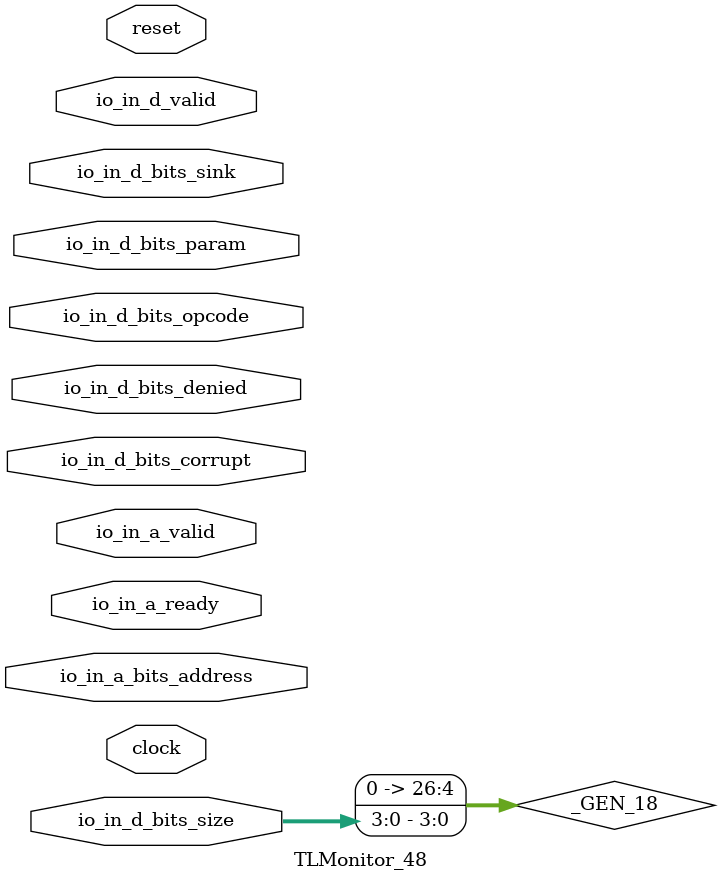
<source format=sv>
`ifndef RANDOMIZE
  `ifdef RANDOMIZE_MEM_INIT
    `define RANDOMIZE
  `endif // RANDOMIZE_MEM_INIT
`endif // not def RANDOMIZE
`ifndef RANDOMIZE
  `ifdef RANDOMIZE_REG_INIT
    `define RANDOMIZE
  `endif // RANDOMIZE_REG_INIT
`endif // not def RANDOMIZE

`ifndef RANDOM
  `define RANDOM $random
`endif // not def RANDOM

// Users can define INIT_RANDOM as general code that gets injected into the
// initializer block for modules with registers.
`ifndef INIT_RANDOM
  `define INIT_RANDOM
`endif // not def INIT_RANDOM

// If using random initialization, you can also define RANDOMIZE_DELAY to
// customize the delay used, otherwise 0.002 is used.
`ifndef RANDOMIZE_DELAY
  `define RANDOMIZE_DELAY 0.002
`endif // not def RANDOMIZE_DELAY

// Define INIT_RANDOM_PROLOG_ for use in our modules below.
`ifndef INIT_RANDOM_PROLOG_
  `ifdef RANDOMIZE
    `ifdef VERILATOR
      `define INIT_RANDOM_PROLOG_ `INIT_RANDOM
    `else  // VERILATOR
      `define INIT_RANDOM_PROLOG_ `INIT_RANDOM #`RANDOMIZE_DELAY begin end
    `endif // VERILATOR
  `else  // RANDOMIZE
    `define INIT_RANDOM_PROLOG_
  `endif // RANDOMIZE
`endif // not def INIT_RANDOM_PROLOG_

// Include register initializers in init blocks unless synthesis is set
`ifndef SYNTHESIS
  `ifndef ENABLE_INITIAL_REG_
    `define ENABLE_INITIAL_REG_
  `endif // not def ENABLE_INITIAL_REG_
`endif // not def SYNTHESIS

// Include rmemory initializers in init blocks unless synthesis is set
`ifndef SYNTHESIS
  `ifndef ENABLE_INITIAL_MEM_
    `define ENABLE_INITIAL_MEM_
  `endif // not def ENABLE_INITIAL_MEM_
`endif // not def SYNTHESIS

// Standard header to adapt well known macros for prints and assertions.

// Users can define 'PRINTF_COND' to add an extra gate to prints.
`ifndef PRINTF_COND_
  `ifdef PRINTF_COND
    `define PRINTF_COND_ (`PRINTF_COND)
  `else  // PRINTF_COND
    `define PRINTF_COND_ 1
  `endif // PRINTF_COND
`endif // not def PRINTF_COND_

// Users can define 'ASSERT_VERBOSE_COND' to add an extra gate to assert error printing.
`ifndef ASSERT_VERBOSE_COND_
  `ifdef ASSERT_VERBOSE_COND
    `define ASSERT_VERBOSE_COND_ (`ASSERT_VERBOSE_COND)
  `else  // ASSERT_VERBOSE_COND
    `define ASSERT_VERBOSE_COND_ 1
  `endif // ASSERT_VERBOSE_COND
`endif // not def ASSERT_VERBOSE_COND_

// Users can define 'STOP_COND' to add an extra gate to stop conditions.
`ifndef STOP_COND_
  `ifdef STOP_COND
    `define STOP_COND_ (`STOP_COND)
  `else  // STOP_COND
    `define STOP_COND_ 1
  `endif // STOP_COND
`endif // not def STOP_COND_

module TLMonitor_48(
  input        clock,
               reset,
               io_in_a_ready,	// @[generators/rocket-chip/src/main/scala/tilelink/Monitor.scala:17:14]
               io_in_a_valid,	// @[generators/rocket-chip/src/main/scala/tilelink/Monitor.scala:17:14]
  input [31:0] io_in_a_bits_address,	// @[generators/rocket-chip/src/main/scala/tilelink/Monitor.scala:17:14]
  input        io_in_d_valid,	// @[generators/rocket-chip/src/main/scala/tilelink/Monitor.scala:17:14]
  input [2:0]  io_in_d_bits_opcode,	// @[generators/rocket-chip/src/main/scala/tilelink/Monitor.scala:17:14]
  input [1:0]  io_in_d_bits_param,	// @[generators/rocket-chip/src/main/scala/tilelink/Monitor.scala:17:14]
  input [3:0]  io_in_d_bits_size,	// @[generators/rocket-chip/src/main/scala/tilelink/Monitor.scala:17:14]
  input [2:0]  io_in_d_bits_sink,	// @[generators/rocket-chip/src/main/scala/tilelink/Monitor.scala:17:14]
  input        io_in_d_bits_denied,	// @[generators/rocket-chip/src/main/scala/tilelink/Monitor.scala:17:14]
               io_in_d_bits_corrupt	// @[generators/rocket-chip/src/main/scala/tilelink/Monitor.scala:17:14]
);

  wire [31:0] _plusarg_reader_1_out;	// @[generators/rocket-chip/src/main/scala/util/PlusArg.scala:80:11]
  wire [31:0] _plusarg_reader_out;	// @[generators/rocket-chip/src/main/scala/util/PlusArg.scala:80:11]
  wire        _a_first_T_1 = io_in_a_ready & io_in_a_valid;	// @[src/main/scala/chisel3/util/Decoupled.scala:52:35]
  reg  [7:0]  a_first_counter;	// @[generators/rocket-chip/src/main/scala/tilelink/Edges.scala:230:27]
  reg  [31:0] address;	// @[generators/rocket-chip/src/main/scala/tilelink/Monitor.scala:388:22]
  reg  [7:0]  d_first_counter;	// @[generators/rocket-chip/src/main/scala/tilelink/Edges.scala:230:27]
  reg  [2:0]  opcode_1;	// @[generators/rocket-chip/src/main/scala/tilelink/Monitor.scala:535:22]
  reg  [1:0]  param_1;	// @[generators/rocket-chip/src/main/scala/tilelink/Monitor.scala:536:22]
  reg  [3:0]  size_1;	// @[generators/rocket-chip/src/main/scala/tilelink/Monitor.scala:537:22]
  reg  [2:0]  sink;	// @[generators/rocket-chip/src/main/scala/tilelink/Monitor.scala:539:22]
  reg         denied;	// @[generators/rocket-chip/src/main/scala/tilelink/Monitor.scala:540:22]
  reg         inflight;	// @[generators/rocket-chip/src/main/scala/tilelink/Monitor.scala:611:27]
  reg  [3:0]  inflight_opcodes;	// @[generators/rocket-chip/src/main/scala/tilelink/Monitor.scala:613:35]
  reg  [7:0]  inflight_sizes;	// @[generators/rocket-chip/src/main/scala/tilelink/Monitor.scala:615:33]
  reg  [7:0]  a_first_counter_1;	// @[generators/rocket-chip/src/main/scala/tilelink/Edges.scala:230:27]
  wire        a_first_1 = a_first_counter_1 == 8'h0;	// @[generators/rocket-chip/src/main/scala/tilelink/Edges.scala:222:14, :230:27, :232:25]
  reg  [7:0]  d_first_counter_1;	// @[generators/rocket-chip/src/main/scala/tilelink/Edges.scala:230:27]
  wire        d_first_1 = d_first_counter_1 == 8'h0;	// @[generators/rocket-chip/src/main/scala/tilelink/Edges.scala:222:14, :230:27, :232:25]
  wire        a_set = _a_first_T_1 & a_first_1;	// @[generators/rocket-chip/src/main/scala/tilelink/Edges.scala:232:25, generators/rocket-chip/src/main/scala/tilelink/Monitor.scala:652:25, src/main/scala/chisel3/util/Decoupled.scala:52:35]
  wire        d_release_ack = io_in_d_bits_opcode == 3'h6;	// @[generators/rocket-chip/src/main/scala/tilelink/Monitor.scala:670:46]
  wire        _GEN = io_in_d_valid & d_first_1;	// @[generators/rocket-chip/src/main/scala/tilelink/Edges.scala:232:25, generators/rocket-chip/src/main/scala/tilelink/Monitor.scala:671:26]
  wire        d_clr_wo_ready = _GEN & ~d_release_ack;	// @[generators/rocket-chip/src/main/scala/tilelink/Monitor.scala:670:46, :671:{26,71,74}]
  reg  [31:0] watchdog;	// @[generators/rocket-chip/src/main/scala/tilelink/Monitor.scala:706:27]
  reg         inflight_1;	// @[generators/rocket-chip/src/main/scala/tilelink/Monitor.scala:723:35]
  reg  [7:0]  inflight_sizes_1;	// @[generators/rocket-chip/src/main/scala/tilelink/Monitor.scala:725:35]
  reg  [7:0]  d_first_counter_2;	// @[generators/rocket-chip/src/main/scala/tilelink/Edges.scala:230:27]
  wire        d_first_2 = d_first_counter_2 == 8'h0;	// @[generators/rocket-chip/src/main/scala/tilelink/Edges.scala:222:14, :230:27, :232:25]
  wire        d_clr_1 = io_in_d_valid & d_first_2 & d_release_ack;	// @[generators/rocket-chip/src/main/scala/tilelink/Edges.scala:232:25, generators/rocket-chip/src/main/scala/tilelink/Monitor.scala:670:46, :785:70]
  reg  [31:0] watchdog_1;	// @[generators/rocket-chip/src/main/scala/tilelink/Monitor.scala:815:27]
  `ifndef SYNTHESIS	// @[generators/rocket-chip/src/main/scala/tilelink/Monitor.scala:42:11]
    wire [7:0][2:0] _GEN_0 = '{3'h4, 3'h5, 3'h2, 3'h1, 3'h1, 3'h1, 3'h0, 3'h0};	// @[generators/rocket-chip/src/main/scala/tilelink/Monitor.scala:690:38]
    wire [7:0][2:0] _GEN_1 = '{3'h4, 3'h4, 3'h2, 3'h1, 3'h1, 3'h1, 3'h0, 3'h0};	// @[generators/rocket-chip/src/main/scala/tilelink/Monitor.scala:689:38]
    wire            _GEN_2 = io_in_a_valid & ~reset;	// @[generators/rocket-chip/src/main/scala/tilelink/Monitor.scala:42:11]
    wire            _GEN_3 = io_in_d_valid & io_in_d_bits_opcode == 3'h6 & ~reset;	// @[generators/rocket-chip/src/main/scala/tilelink/Monitor.scala:42:11, :49:11, :310:25]
    wire            _GEN_4 = io_in_d_bits_size[3:2] == 2'h0;	// @[generators/rocket-chip/src/main/scala/tilelink/Monitor.scala:312:27, :313:28]
    wire            _GEN_5 = io_in_d_valid & io_in_d_bits_opcode == 3'h4 & ~reset;	// @[generators/rocket-chip/src/main/scala/tilelink/Monitor.scala:42:11, :49:11, :318:25]
    wire            _GEN_6 = io_in_d_bits_param == 2'h2;	// @[generators/rocket-chip/src/main/scala/tilelink/Bundles.scala:111:27, generators/rocket-chip/src/main/scala/tilelink/Monitor.scala:323:28]
    wire            _GEN_7 = io_in_d_valid & io_in_d_bits_opcode == 3'h5 & ~reset;	// @[generators/rocket-chip/src/main/scala/tilelink/Monitor.scala:42:11, :49:11, :328:25]
    wire            _GEN_8 = ~io_in_d_bits_denied | io_in_d_bits_corrupt;	// @[generators/rocket-chip/src/main/scala/tilelink/Monitor.scala:334:{15,30}]
    wire            _GEN_9 = io_in_d_valid & io_in_d_bits_opcode == 3'h0 & ~reset;	// @[generators/rocket-chip/src/main/scala/tilelink/Monitor.scala:42:11, :49:11, :338:25]
    wire            _GEN_10 = io_in_d_bits_opcode == 3'h1;	// @[generators/rocket-chip/src/main/scala/tilelink/Monitor.scala:346:25]
    wire            _GEN_11 = io_in_d_valid & _GEN_10 & ~reset;	// @[generators/rocket-chip/src/main/scala/tilelink/Monitor.scala:42:11, :49:11, :346:25]
    wire            _GEN_12 = io_in_d_valid & io_in_d_bits_opcode == 3'h2 & ~reset;	// @[generators/rocket-chip/src/main/scala/tilelink/Monitor.scala:42:11, :49:11, :354:25]
    wire            _GEN_13 = io_in_d_valid & (|d_first_counter) & ~reset;	// @[generators/rocket-chip/src/main/scala/tilelink/Edges.scala:230:27, :232:25, generators/rocket-chip/src/main/scala/tilelink/Monitor.scala:42:11, :49:11]
    wire            a_set_wo_ready = io_in_a_valid & a_first_1;	// @[generators/rocket-chip/src/main/scala/tilelink/Edges.scala:232:25, generators/rocket-chip/src/main/scala/tilelink/Monitor.scala:648:26]
    wire            _GEN_14 = d_clr_wo_ready & a_set_wo_ready & ~reset;	// @[generators/rocket-chip/src/main/scala/tilelink/Monitor.scala:42:11, :49:11, :648:26, :671:71]
    wire            _GEN_15 = d_clr_wo_ready & ~a_set_wo_ready & ~reset;	// @[generators/rocket-chip/src/main/scala/tilelink/Monitor.scala:42:11, :49:11, :648:26, :671:71, :684:30]
    wire [7:0]      _GEN_16 = {4'h0, io_in_d_bits_size};	// @[generators/rocket-chip/src/main/scala/diplomacy/Parameters.scala:92:38, generators/rocket-chip/src/main/scala/tilelink/Bundles.scala:111:27, generators/rocket-chip/src/main/scala/tilelink/Monitor.scala:634:69, :638:65, :656:79, :657:77, :691:36]
    wire            _GEN_17 = d_clr_1 & ~reset;	// @[generators/rocket-chip/src/main/scala/tilelink/Monitor.scala:42:11, :49:11, :785:70]
    always @(posedge clock) begin	// @[generators/rocket-chip/src/main/scala/tilelink/Monitor.scala:42:11]
      if (_GEN_2 & ~({io_in_a_bits_address[31:14], ~(io_in_a_bits_address[13:12])} == 20'h0 | io_in_a_bits_address[31:13] == 19'h0 | {io_in_a_bits_address[31:17], ~(io_in_a_bits_address[16])} == 16'h0 | {io_in_a_bits_address[31:21], io_in_a_bits_address[20:17] ^ 4'h8, io_in_a_bits_address[15:12]} == 19'h0 | {io_in_a_bits_address[31:26], io_in_a_bits_address[25:16] ^ 10'h200} == 16'h0 | {io_in_a_bits_address[31:26], io_in_a_bits_address[25:12] ^ 14'h2010} == 20'h0 | {io_in_a_bits_address[31:28], io_in_a_bits_address[27:16] ^ 12'h800} == 16'h0 | {io_in_a_bits_address[31:28], ~(io_in_a_bits_address[27:26])} == 6'h0 | {io_in_a_bits_address[31:29], io_in_a_bits_address[28:12] ^ 17'h10020} == 20'h0 | io_in_a_bits_address[31:28] == 4'h8)) begin	// @[generators/rocket-chip/src/main/scala/diplomacy/Parameters.scala:137:{31,41,46,59}, generators/rocket-chip/src/main/scala/tilelink/Bundles.scala:259:74, generators/rocket-chip/src/main/scala/tilelink/Edges.scala:22:16, generators/rocket-chip/src/main/scala/tilelink/Monitor.scala:42:11, generators/rocket-chip/src/main/scala/tilelink/Parameters.scala:673:26]
        if (`ASSERT_VERBOSE_COND_)	// @[generators/rocket-chip/src/main/scala/tilelink/Monitor.scala:42:11]
          $error("Assertion failed: 'A' channel carries Get type which slave claims it can't support (connected at generators/boom/src/main/scala/common/tile.scala:140:71)\n    at Monitor.scala:42 assert(cond, message)\n");	// @[generators/rocket-chip/src/main/scala/tilelink/Monitor.scala:42:11]
        if (`STOP_COND_)	// @[generators/rocket-chip/src/main/scala/tilelink/Monitor.scala:42:11]
          $fatal;	// @[generators/rocket-chip/src/main/scala/tilelink/Monitor.scala:42:11]
      end
      if (_GEN_2 & (|(io_in_a_bits_address[5:0]))) begin	// @[generators/rocket-chip/src/main/scala/tilelink/Edges.scala:22:{16,24}, generators/rocket-chip/src/main/scala/tilelink/Monitor.scala:42:11]
        if (`ASSERT_VERBOSE_COND_)	// @[generators/rocket-chip/src/main/scala/tilelink/Monitor.scala:42:11]
          $error("Assertion failed: 'A' channel Get address not aligned to size (connected at generators/boom/src/main/scala/common/tile.scala:140:71)\n    at Monitor.scala:42 assert(cond, message)\n");	// @[generators/rocket-chip/src/main/scala/tilelink/Monitor.scala:42:11]
        if (`STOP_COND_)	// @[generators/rocket-chip/src/main/scala/tilelink/Monitor.scala:42:11]
          $fatal;	// @[generators/rocket-chip/src/main/scala/tilelink/Monitor.scala:42:11]
      end
      if (io_in_d_valid & ~reset & (&io_in_d_bits_opcode)) begin	// @[generators/rocket-chip/src/main/scala/tilelink/Bundles.scala:45:24, generators/rocket-chip/src/main/scala/tilelink/Monitor.scala:42:11, :49:11]
        if (`ASSERT_VERBOSE_COND_)	// @[generators/rocket-chip/src/main/scala/tilelink/Monitor.scala:49:11]
          $error("Assertion failed: 'D' channel has invalid opcode (connected at generators/boom/src/main/scala/common/tile.scala:140:71)\n    at Monitor.scala:49 assert(cond, message)\n");	// @[generators/rocket-chip/src/main/scala/tilelink/Monitor.scala:49:11]
        if (`STOP_COND_)	// @[generators/rocket-chip/src/main/scala/tilelink/Monitor.scala:49:11]
          $fatal;	// @[generators/rocket-chip/src/main/scala/tilelink/Monitor.scala:49:11]
      end
      if (_GEN_3 & _GEN_4) begin	// @[generators/rocket-chip/src/main/scala/tilelink/Monitor.scala:49:11, :312:27]
        if (`ASSERT_VERBOSE_COND_)	// @[generators/rocket-chip/src/main/scala/tilelink/Monitor.scala:49:11]
          $error("Assertion failed: 'D' channel ReleaseAck smaller than a beat (connected at generators/boom/src/main/scala/common/tile.scala:140:71)\n    at Monitor.scala:49 assert(cond, message)\n");	// @[generators/rocket-chip/src/main/scala/tilelink/Monitor.scala:49:11]
        if (`STOP_COND_)	// @[generators/rocket-chip/src/main/scala/tilelink/Monitor.scala:49:11]
          $fatal;	// @[generators/rocket-chip/src/main/scala/tilelink/Monitor.scala:49:11]
      end
      if (_GEN_3 & (|io_in_d_bits_param)) begin	// @[generators/rocket-chip/src/main/scala/tilelink/Monitor.scala:49:11, :313:28]
        if (`ASSERT_VERBOSE_COND_)	// @[generators/rocket-chip/src/main/scala/tilelink/Monitor.scala:49:11]
          $error("Assertion failed: 'D' channel ReleaseeAck carries invalid param (connected at generators/boom/src/main/scala/common/tile.scala:140:71)\n    at Monitor.scala:49 assert(cond, message)\n");	// @[generators/rocket-chip/src/main/scala/tilelink/Monitor.scala:49:11]
        if (`STOP_COND_)	// @[generators/rocket-chip/src/main/scala/tilelink/Monitor.scala:49:11]
          $fatal;	// @[generators/rocket-chip/src/main/scala/tilelink/Monitor.scala:49:11]
      end
      if (_GEN_3 & io_in_d_bits_corrupt) begin	// @[generators/rocket-chip/src/main/scala/tilelink/Monitor.scala:49:11]
        if (`ASSERT_VERBOSE_COND_)	// @[generators/rocket-chip/src/main/scala/tilelink/Monitor.scala:49:11]
          $error("Assertion failed: 'D' channel ReleaseAck is corrupt (connected at generators/boom/src/main/scala/common/tile.scala:140:71)\n    at Monitor.scala:49 assert(cond, message)\n");	// @[generators/rocket-chip/src/main/scala/tilelink/Monitor.scala:49:11]
        if (`STOP_COND_)	// @[generators/rocket-chip/src/main/scala/tilelink/Monitor.scala:49:11]
          $fatal;	// @[generators/rocket-chip/src/main/scala/tilelink/Monitor.scala:49:11]
      end
      if (_GEN_3 & io_in_d_bits_denied) begin	// @[generators/rocket-chip/src/main/scala/tilelink/Monitor.scala:49:11]
        if (`ASSERT_VERBOSE_COND_)	// @[generators/rocket-chip/src/main/scala/tilelink/Monitor.scala:49:11]
          $error("Assertion failed: 'D' channel ReleaseAck is denied (connected at generators/boom/src/main/scala/common/tile.scala:140:71)\n    at Monitor.scala:49 assert(cond, message)\n");	// @[generators/rocket-chip/src/main/scala/tilelink/Monitor.scala:49:11]
        if (`STOP_COND_)	// @[generators/rocket-chip/src/main/scala/tilelink/Monitor.scala:49:11]
          $fatal;	// @[generators/rocket-chip/src/main/scala/tilelink/Monitor.scala:49:11]
      end
      if (_GEN_5 & _GEN_4) begin	// @[generators/rocket-chip/src/main/scala/tilelink/Monitor.scala:49:11, :312:27]
        if (`ASSERT_VERBOSE_COND_)	// @[generators/rocket-chip/src/main/scala/tilelink/Monitor.scala:49:11]
          $error("Assertion failed: 'D' channel Grant smaller than a beat (connected at generators/boom/src/main/scala/common/tile.scala:140:71)\n    at Monitor.scala:49 assert(cond, message)\n");	// @[generators/rocket-chip/src/main/scala/tilelink/Monitor.scala:49:11]
        if (`STOP_COND_)	// @[generators/rocket-chip/src/main/scala/tilelink/Monitor.scala:49:11]
          $fatal;	// @[generators/rocket-chip/src/main/scala/tilelink/Monitor.scala:49:11]
      end
      if (_GEN_5 & (&io_in_d_bits_param)) begin	// @[generators/rocket-chip/src/main/scala/tilelink/Bundles.scala:105:26, generators/rocket-chip/src/main/scala/tilelink/Monitor.scala:49:11]
        if (`ASSERT_VERBOSE_COND_)	// @[generators/rocket-chip/src/main/scala/tilelink/Monitor.scala:49:11]
          $error("Assertion failed: 'D' channel Grant carries invalid cap param (connected at generators/boom/src/main/scala/common/tile.scala:140:71)\n    at Monitor.scala:49 assert(cond, message)\n");	// @[generators/rocket-chip/src/main/scala/tilelink/Monitor.scala:49:11]
        if (`STOP_COND_)	// @[generators/rocket-chip/src/main/scala/tilelink/Monitor.scala:49:11]
          $fatal;	// @[generators/rocket-chip/src/main/scala/tilelink/Monitor.scala:49:11]
      end
      if (_GEN_5 & _GEN_6) begin	// @[generators/rocket-chip/src/main/scala/tilelink/Monitor.scala:49:11, :323:28]
        if (`ASSERT_VERBOSE_COND_)	// @[generators/rocket-chip/src/main/scala/tilelink/Monitor.scala:49:11]
          $error("Assertion failed: 'D' channel Grant carries toN param (connected at generators/boom/src/main/scala/common/tile.scala:140:71)\n    at Monitor.scala:49 assert(cond, message)\n");	// @[generators/rocket-chip/src/main/scala/tilelink/Monitor.scala:49:11]
        if (`STOP_COND_)	// @[generators/rocket-chip/src/main/scala/tilelink/Monitor.scala:49:11]
          $fatal;	// @[generators/rocket-chip/src/main/scala/tilelink/Monitor.scala:49:11]
      end
      if (_GEN_5 & io_in_d_bits_corrupt) begin	// @[generators/rocket-chip/src/main/scala/tilelink/Monitor.scala:49:11]
        if (`ASSERT_VERBOSE_COND_)	// @[generators/rocket-chip/src/main/scala/tilelink/Monitor.scala:49:11]
          $error("Assertion failed: 'D' channel Grant is corrupt (connected at generators/boom/src/main/scala/common/tile.scala:140:71)\n    at Monitor.scala:49 assert(cond, message)\n");	// @[generators/rocket-chip/src/main/scala/tilelink/Monitor.scala:49:11]
        if (`STOP_COND_)	// @[generators/rocket-chip/src/main/scala/tilelink/Monitor.scala:49:11]
          $fatal;	// @[generators/rocket-chip/src/main/scala/tilelink/Monitor.scala:49:11]
      end
      if (_GEN_7 & _GEN_4) begin	// @[generators/rocket-chip/src/main/scala/tilelink/Monitor.scala:49:11, :312:27]
        if (`ASSERT_VERBOSE_COND_)	// @[generators/rocket-chip/src/main/scala/tilelink/Monitor.scala:49:11]
          $error("Assertion failed: 'D' channel GrantData smaller than a beat (connected at generators/boom/src/main/scala/common/tile.scala:140:71)\n    at Monitor.scala:49 assert(cond, message)\n");	// @[generators/rocket-chip/src/main/scala/tilelink/Monitor.scala:49:11]
        if (`STOP_COND_)	// @[generators/rocket-chip/src/main/scala/tilelink/Monitor.scala:49:11]
          $fatal;	// @[generators/rocket-chip/src/main/scala/tilelink/Monitor.scala:49:11]
      end
      if (_GEN_7 & (&io_in_d_bits_param)) begin	// @[generators/rocket-chip/src/main/scala/tilelink/Bundles.scala:105:26, generators/rocket-chip/src/main/scala/tilelink/Monitor.scala:49:11]
        if (`ASSERT_VERBOSE_COND_)	// @[generators/rocket-chip/src/main/scala/tilelink/Monitor.scala:49:11]
          $error("Assertion failed: 'D' channel GrantData carries invalid cap param (connected at generators/boom/src/main/scala/common/tile.scala:140:71)\n    at Monitor.scala:49 assert(cond, message)\n");	// @[generators/rocket-chip/src/main/scala/tilelink/Monitor.scala:49:11]
        if (`STOP_COND_)	// @[generators/rocket-chip/src/main/scala/tilelink/Monitor.scala:49:11]
          $fatal;	// @[generators/rocket-chip/src/main/scala/tilelink/Monitor.scala:49:11]
      end
      if (_GEN_7 & _GEN_6) begin	// @[generators/rocket-chip/src/main/scala/tilelink/Monitor.scala:49:11, :323:28]
        if (`ASSERT_VERBOSE_COND_)	// @[generators/rocket-chip/src/main/scala/tilelink/Monitor.scala:49:11]
          $error("Assertion failed: 'D' channel GrantData carries toN param (connected at generators/boom/src/main/scala/common/tile.scala:140:71)\n    at Monitor.scala:49 assert(cond, message)\n");	// @[generators/rocket-chip/src/main/scala/tilelink/Monitor.scala:49:11]
        if (`STOP_COND_)	// @[generators/rocket-chip/src/main/scala/tilelink/Monitor.scala:49:11]
          $fatal;	// @[generators/rocket-chip/src/main/scala/tilelink/Monitor.scala:49:11]
      end
      if (_GEN_7 & ~_GEN_8) begin	// @[generators/rocket-chip/src/main/scala/tilelink/Monitor.scala:49:11, :334:30]
        if (`ASSERT_VERBOSE_COND_)	// @[generators/rocket-chip/src/main/scala/tilelink/Monitor.scala:49:11]
          $error("Assertion failed: 'D' channel GrantData is denied but not corrupt (connected at generators/boom/src/main/scala/common/tile.scala:140:71)\n    at Monitor.scala:49 assert(cond, message)\n");	// @[generators/rocket-chip/src/main/scala/tilelink/Monitor.scala:49:11]
        if (`STOP_COND_)	// @[generators/rocket-chip/src/main/scala/tilelink/Monitor.scala:49:11]
          $fatal;	// @[generators/rocket-chip/src/main/scala/tilelink/Monitor.scala:49:11]
      end
      if (_GEN_9 & (|io_in_d_bits_param)) begin	// @[generators/rocket-chip/src/main/scala/tilelink/Monitor.scala:49:11, :313:28]
        if (`ASSERT_VERBOSE_COND_)	// @[generators/rocket-chip/src/main/scala/tilelink/Monitor.scala:49:11]
          $error("Assertion failed: 'D' channel AccessAck carries invalid param (connected at generators/boom/src/main/scala/common/tile.scala:140:71)\n    at Monitor.scala:49 assert(cond, message)\n");	// @[generators/rocket-chip/src/main/scala/tilelink/Monitor.scala:49:11]
        if (`STOP_COND_)	// @[generators/rocket-chip/src/main/scala/tilelink/Monitor.scala:49:11]
          $fatal;	// @[generators/rocket-chip/src/main/scala/tilelink/Monitor.scala:49:11]
      end
      if (_GEN_9 & io_in_d_bits_corrupt) begin	// @[generators/rocket-chip/src/main/scala/tilelink/Monitor.scala:49:11]
        if (`ASSERT_VERBOSE_COND_)	// @[generators/rocket-chip/src/main/scala/tilelink/Monitor.scala:49:11]
          $error("Assertion failed: 'D' channel AccessAck is corrupt (connected at generators/boom/src/main/scala/common/tile.scala:140:71)\n    at Monitor.scala:49 assert(cond, message)\n");	// @[generators/rocket-chip/src/main/scala/tilelink/Monitor.scala:49:11]
        if (`STOP_COND_)	// @[generators/rocket-chip/src/main/scala/tilelink/Monitor.scala:49:11]
          $fatal;	// @[generators/rocket-chip/src/main/scala/tilelink/Monitor.scala:49:11]
      end
      if (_GEN_11 & (|io_in_d_bits_param)) begin	// @[generators/rocket-chip/src/main/scala/tilelink/Monitor.scala:49:11, :313:28]
        if (`ASSERT_VERBOSE_COND_)	// @[generators/rocket-chip/src/main/scala/tilelink/Monitor.scala:49:11]
          $error("Assertion failed: 'D' channel AccessAckData carries invalid param (connected at generators/boom/src/main/scala/common/tile.scala:140:71)\n    at Monitor.scala:49 assert(cond, message)\n");	// @[generators/rocket-chip/src/main/scala/tilelink/Monitor.scala:49:11]
        if (`STOP_COND_)	// @[generators/rocket-chip/src/main/scala/tilelink/Monitor.scala:49:11]
          $fatal;	// @[generators/rocket-chip/src/main/scala/tilelink/Monitor.scala:49:11]
      end
      if (_GEN_11 & ~_GEN_8) begin	// @[generators/rocket-chip/src/main/scala/tilelink/Monitor.scala:49:11, :334:30]
        if (`ASSERT_VERBOSE_COND_)	// @[generators/rocket-chip/src/main/scala/tilelink/Monitor.scala:49:11]
          $error("Assertion failed: 'D' channel AccessAckData is denied but not corrupt (connected at generators/boom/src/main/scala/common/tile.scala:140:71)\n    at Monitor.scala:49 assert(cond, message)\n");	// @[generators/rocket-chip/src/main/scala/tilelink/Monitor.scala:49:11]
        if (`STOP_COND_)	// @[generators/rocket-chip/src/main/scala/tilelink/Monitor.scala:49:11]
          $fatal;	// @[generators/rocket-chip/src/main/scala/tilelink/Monitor.scala:49:11]
      end
      if (_GEN_12 & (|io_in_d_bits_param)) begin	// @[generators/rocket-chip/src/main/scala/tilelink/Monitor.scala:49:11, :313:28]
        if (`ASSERT_VERBOSE_COND_)	// @[generators/rocket-chip/src/main/scala/tilelink/Monitor.scala:49:11]
          $error("Assertion failed: 'D' channel HintAck carries invalid param (connected at generators/boom/src/main/scala/common/tile.scala:140:71)\n    at Monitor.scala:49 assert(cond, message)\n");	// @[generators/rocket-chip/src/main/scala/tilelink/Monitor.scala:49:11]
        if (`STOP_COND_)	// @[generators/rocket-chip/src/main/scala/tilelink/Monitor.scala:49:11]
          $fatal;	// @[generators/rocket-chip/src/main/scala/tilelink/Monitor.scala:49:11]
      end
      if (_GEN_12 & io_in_d_bits_corrupt) begin	// @[generators/rocket-chip/src/main/scala/tilelink/Monitor.scala:49:11]
        if (`ASSERT_VERBOSE_COND_)	// @[generators/rocket-chip/src/main/scala/tilelink/Monitor.scala:49:11]
          $error("Assertion failed: 'D' channel HintAck is corrupt (connected at generators/boom/src/main/scala/common/tile.scala:140:71)\n    at Monitor.scala:49 assert(cond, message)\n");	// @[generators/rocket-chip/src/main/scala/tilelink/Monitor.scala:49:11]
        if (`STOP_COND_)	// @[generators/rocket-chip/src/main/scala/tilelink/Monitor.scala:49:11]
          $fatal;	// @[generators/rocket-chip/src/main/scala/tilelink/Monitor.scala:49:11]
      end
      if (io_in_a_valid & (|a_first_counter) & ~reset & io_in_a_bits_address != address) begin	// @[generators/rocket-chip/src/main/scala/tilelink/Edges.scala:230:27, :232:25, generators/rocket-chip/src/main/scala/tilelink/Monitor.scala:42:11, :388:22, :394:32]
        if (`ASSERT_VERBOSE_COND_)	// @[generators/rocket-chip/src/main/scala/tilelink/Monitor.scala:42:11]
          $error("Assertion failed: 'A' channel address changed with multibeat operation (connected at generators/boom/src/main/scala/common/tile.scala:140:71)\n    at Monitor.scala:42 assert(cond, message)\n");	// @[generators/rocket-chip/src/main/scala/tilelink/Monitor.scala:42:11]
        if (`STOP_COND_)	// @[generators/rocket-chip/src/main/scala/tilelink/Monitor.scala:42:11]
          $fatal;	// @[generators/rocket-chip/src/main/scala/tilelink/Monitor.scala:42:11]
      end
      if (_GEN_13 & io_in_d_bits_opcode != opcode_1) begin	// @[generators/rocket-chip/src/main/scala/tilelink/Monitor.scala:49:11, :535:22, :542:29]
        if (`ASSERT_VERBOSE_COND_)	// @[generators/rocket-chip/src/main/scala/tilelink/Monitor.scala:49:11]
          $error("Assertion failed: 'D' channel opcode changed within multibeat operation (connected at generators/boom/src/main/scala/common/tile.scala:140:71)\n    at Monitor.scala:49 assert(cond, message)\n");	// @[generators/rocket-chip/src/main/scala/tilelink/Monitor.scala:49:11]
        if (`STOP_COND_)	// @[generators/rocket-chip/src/main/scala/tilelink/Monitor.scala:49:11]
          $fatal;	// @[generators/rocket-chip/src/main/scala/tilelink/Monitor.scala:49:11]
      end
      if (_GEN_13 & io_in_d_bits_param != param_1) begin	// @[generators/rocket-chip/src/main/scala/tilelink/Monitor.scala:49:11, :536:22, :543:29]
        if (`ASSERT_VERBOSE_COND_)	// @[generators/rocket-chip/src/main/scala/tilelink/Monitor.scala:49:11]
          $error("Assertion failed: 'D' channel param changed within multibeat operation (connected at generators/boom/src/main/scala/common/tile.scala:140:71)\n    at Monitor.scala:49 assert(cond, message)\n");	// @[generators/rocket-chip/src/main/scala/tilelink/Monitor.scala:49:11]
        if (`STOP_COND_)	// @[generators/rocket-chip/src/main/scala/tilelink/Monitor.scala:49:11]
          $fatal;	// @[generators/rocket-chip/src/main/scala/tilelink/Monitor.scala:49:11]
      end
      if (_GEN_13 & io_in_d_bits_size != size_1) begin	// @[generators/rocket-chip/src/main/scala/tilelink/Monitor.scala:49:11, :537:22, :544:29]
        if (`ASSERT_VERBOSE_COND_)	// @[generators/rocket-chip/src/main/scala/tilelink/Monitor.scala:49:11]
          $error("Assertion failed: 'D' channel size changed within multibeat operation (connected at generators/boom/src/main/scala/common/tile.scala:140:71)\n    at Monitor.scala:49 assert(cond, message)\n");	// @[generators/rocket-chip/src/main/scala/tilelink/Monitor.scala:49:11]
        if (`STOP_COND_)	// @[generators/rocket-chip/src/main/scala/tilelink/Monitor.scala:49:11]
          $fatal;	// @[generators/rocket-chip/src/main/scala/tilelink/Monitor.scala:49:11]
      end
      if (_GEN_13 & io_in_d_bits_sink != sink) begin	// @[generators/rocket-chip/src/main/scala/tilelink/Monitor.scala:49:11, :539:22, :546:29]
        if (`ASSERT_VERBOSE_COND_)	// @[generators/rocket-chip/src/main/scala/tilelink/Monitor.scala:49:11]
          $error("Assertion failed: 'D' channel sink changed with multibeat operation (connected at generators/boom/src/main/scala/common/tile.scala:140:71)\n    at Monitor.scala:49 assert(cond, message)\n");	// @[generators/rocket-chip/src/main/scala/tilelink/Monitor.scala:49:11]
        if (`STOP_COND_)	// @[generators/rocket-chip/src/main/scala/tilelink/Monitor.scala:49:11]
          $fatal;	// @[generators/rocket-chip/src/main/scala/tilelink/Monitor.scala:49:11]
      end
      if (_GEN_13 & io_in_d_bits_denied != denied) begin	// @[generators/rocket-chip/src/main/scala/tilelink/Monitor.scala:49:11, :540:22, :547:29]
        if (`ASSERT_VERBOSE_COND_)	// @[generators/rocket-chip/src/main/scala/tilelink/Monitor.scala:49:11]
          $error("Assertion failed: 'D' channel denied changed with multibeat operation (connected at generators/boom/src/main/scala/common/tile.scala:140:71)\n    at Monitor.scala:49 assert(cond, message)\n");	// @[generators/rocket-chip/src/main/scala/tilelink/Monitor.scala:49:11]
        if (`STOP_COND_)	// @[generators/rocket-chip/src/main/scala/tilelink/Monitor.scala:49:11]
          $fatal;	// @[generators/rocket-chip/src/main/scala/tilelink/Monitor.scala:49:11]
      end
      if (a_set & ~reset & inflight) begin	// @[generators/rocket-chip/src/main/scala/tilelink/Monitor.scala:42:11, :611:27, :652:25]
        if (`ASSERT_VERBOSE_COND_)	// @[generators/rocket-chip/src/main/scala/tilelink/Monitor.scala:42:11]
          $error("Assertion failed: 'A' channel re-used a source ID (connected at generators/boom/src/main/scala/common/tile.scala:140:71)\n    at Monitor.scala:42 assert(cond, message)\n");	// @[generators/rocket-chip/src/main/scala/tilelink/Monitor.scala:42:11]
        if (`STOP_COND_)	// @[generators/rocket-chip/src/main/scala/tilelink/Monitor.scala:42:11]
          $fatal;	// @[generators/rocket-chip/src/main/scala/tilelink/Monitor.scala:42:11]
      end
      if (d_clr_wo_ready & ~reset & ~(inflight | a_set_wo_ready)) begin	// @[generators/rocket-chip/src/main/scala/tilelink/Monitor.scala:42:11, :49:11, :611:27, :648:26, :671:71, :682:49]
        if (`ASSERT_VERBOSE_COND_)	// @[generators/rocket-chip/src/main/scala/tilelink/Monitor.scala:49:11]
          $error("Assertion failed: 'D' channel acknowledged for nothing inflight (connected at generators/boom/src/main/scala/common/tile.scala:140:71)\n    at Monitor.scala:49 assert(cond, message)\n");	// @[generators/rocket-chip/src/main/scala/tilelink/Monitor.scala:49:11]
        if (`STOP_COND_)	// @[generators/rocket-chip/src/main/scala/tilelink/Monitor.scala:49:11]
          $fatal;	// @[generators/rocket-chip/src/main/scala/tilelink/Monitor.scala:49:11]
      end
      if (_GEN_14 & ~_GEN_10) begin	// @[generators/rocket-chip/src/main/scala/tilelink/Monitor.scala:49:11, :346:25]
        if (`ASSERT_VERBOSE_COND_)	// @[generators/rocket-chip/src/main/scala/tilelink/Monitor.scala:49:11]
          $error("Assertion failed: 'D' channel contains improper opcode response (connected at generators/boom/src/main/scala/common/tile.scala:140:71)\n    at Monitor.scala:49 assert(cond, message)\n");	// @[generators/rocket-chip/src/main/scala/tilelink/Monitor.scala:49:11]
        if (`STOP_COND_)	// @[generators/rocket-chip/src/main/scala/tilelink/Monitor.scala:49:11]
          $fatal;	// @[generators/rocket-chip/src/main/scala/tilelink/Monitor.scala:49:11]
      end
      if (_GEN_14 & io_in_d_bits_size != 4'h6) begin	// @[generators/rocket-chip/src/main/scala/tilelink/Monitor.scala:17:14, :49:11, :687:36]
        if (`ASSERT_VERBOSE_COND_)	// @[generators/rocket-chip/src/main/scala/tilelink/Monitor.scala:49:11]
          $error("Assertion failed: 'D' channel contains improper response size (connected at generators/boom/src/main/scala/common/tile.scala:140:71)\n    at Monitor.scala:49 assert(cond, message)\n");	// @[generators/rocket-chip/src/main/scala/tilelink/Monitor.scala:49:11]
        if (`STOP_COND_)	// @[generators/rocket-chip/src/main/scala/tilelink/Monitor.scala:49:11]
          $fatal;	// @[generators/rocket-chip/src/main/scala/tilelink/Monitor.scala:49:11]
      end
      if (_GEN_15 & ~(io_in_d_bits_opcode == _GEN_1[inflight_opcodes[3:1]] | io_in_d_bits_opcode == _GEN_0[inflight_opcodes[3:1]])) begin	// @[generators/rocket-chip/src/main/scala/tilelink/Monitor.scala:42:11, :49:11, :613:35, :634:152, :689:{38,72}, :690:38]
        if (`ASSERT_VERBOSE_COND_)	// @[generators/rocket-chip/src/main/scala/tilelink/Monitor.scala:49:11]
          $error("Assertion failed: 'D' channel contains improper opcode response (connected at generators/boom/src/main/scala/common/tile.scala:140:71)\n    at Monitor.scala:49 assert(cond, message)\n");	// @[generators/rocket-chip/src/main/scala/tilelink/Monitor.scala:49:11]
        if (`STOP_COND_)	// @[generators/rocket-chip/src/main/scala/tilelink/Monitor.scala:49:11]
          $fatal;	// @[generators/rocket-chip/src/main/scala/tilelink/Monitor.scala:49:11]
      end
      if (_GEN_15 & _GEN_16 != {1'h0, inflight_sizes[7:1]}) begin	// @[generators/rocket-chip/src/main/scala/tilelink/Monitor.scala:17:14, :42:11, :49:11, :99:31, :131:74, :139:71, :615:33, :638:{19,144}, :691:36, :695:15]
        if (`ASSERT_VERBOSE_COND_)	// @[generators/rocket-chip/src/main/scala/tilelink/Monitor.scala:49:11]
          $error("Assertion failed: 'D' channel contains improper response size (connected at generators/boom/src/main/scala/common/tile.scala:140:71)\n    at Monitor.scala:49 assert(cond, message)\n");	// @[generators/rocket-chip/src/main/scala/tilelink/Monitor.scala:49:11]
        if (`STOP_COND_)	// @[generators/rocket-chip/src/main/scala/tilelink/Monitor.scala:49:11]
          $fatal;	// @[generators/rocket-chip/src/main/scala/tilelink/Monitor.scala:49:11]
      end
      if (_GEN & a_first_1 & io_in_a_valid & ~d_release_ack & ~reset & ~io_in_a_ready) begin	// @[generators/rocket-chip/src/main/scala/tilelink/Edges.scala:232:25, generators/rocket-chip/src/main/scala/tilelink/Monitor.scala:42:11, :49:11, :670:46, :671:{26,74}]
        if (`ASSERT_VERBOSE_COND_)	// @[generators/rocket-chip/src/main/scala/tilelink/Monitor.scala:49:11]
          $error("Assertion failed: ready check\n    at Monitor.scala:49 assert(cond, message)\n");	// @[generators/rocket-chip/src/main/scala/tilelink/Monitor.scala:49:11]
        if (`STOP_COND_)	// @[generators/rocket-chip/src/main/scala/tilelink/Monitor.scala:49:11]
          $fatal;	// @[generators/rocket-chip/src/main/scala/tilelink/Monitor.scala:49:11]
      end
      if (~reset & ~(a_set_wo_ready != d_clr_wo_ready | ~a_set_wo_ready)) begin	// @[generators/rocket-chip/src/main/scala/tilelink/Monitor.scala:42:11, :49:11, :648:26, :671:71, :684:30, :699:{29,48}]
        if (`ASSERT_VERBOSE_COND_)	// @[generators/rocket-chip/src/main/scala/tilelink/Monitor.scala:49:11]
          $error("Assertion failed: 'A' and 'D' concurrent, despite minlatency > 0 (connected at generators/boom/src/main/scala/common/tile.scala:140:71)\n    at Monitor.scala:49 assert(cond, message)\n");	// @[generators/rocket-chip/src/main/scala/tilelink/Monitor.scala:49:11]
        if (`STOP_COND_)	// @[generators/rocket-chip/src/main/scala/tilelink/Monitor.scala:49:11]
          $fatal;	// @[generators/rocket-chip/src/main/scala/tilelink/Monitor.scala:49:11]
      end
      if (~reset & ~(~inflight | _plusarg_reader_out == 32'h0 | watchdog < _plusarg_reader_out)) begin	// @[generators/rocket-chip/src/main/scala/tilelink/Bundles.scala:259:74, generators/rocket-chip/src/main/scala/tilelink/Monitor.scala:42:11, :611:27, :706:27, :709:{16,39,47,59}, generators/rocket-chip/src/main/scala/util/PlusArg.scala:80:11]
        if (`ASSERT_VERBOSE_COND_)	// @[generators/rocket-chip/src/main/scala/tilelink/Monitor.scala:42:11]
          $error("Assertion failed: TileLink timeout expired (connected at generators/boom/src/main/scala/common/tile.scala:140:71)\n    at Monitor.scala:42 assert(cond, message)\n");	// @[generators/rocket-chip/src/main/scala/tilelink/Monitor.scala:42:11]
        if (`STOP_COND_)	// @[generators/rocket-chip/src/main/scala/tilelink/Monitor.scala:42:11]
          $fatal;	// @[generators/rocket-chip/src/main/scala/tilelink/Monitor.scala:42:11]
      end
      if (_GEN_17 & ~inflight_1) begin	// @[generators/rocket-chip/src/main/scala/tilelink/Monitor.scala:49:11, :723:35]
        if (`ASSERT_VERBOSE_COND_)	// @[generators/rocket-chip/src/main/scala/tilelink/Monitor.scala:49:11]
          $error("Assertion failed: 'D' channel acknowledged for nothing inflight (connected at generators/boom/src/main/scala/common/tile.scala:140:71)\n    at Monitor.scala:49 assert(cond, message)\n");	// @[generators/rocket-chip/src/main/scala/tilelink/Monitor.scala:49:11]
        if (`STOP_COND_)	// @[generators/rocket-chip/src/main/scala/tilelink/Monitor.scala:49:11]
          $fatal;	// @[generators/rocket-chip/src/main/scala/tilelink/Monitor.scala:49:11]
      end
      if (_GEN_17 & _GEN_16 != {1'h0, inflight_sizes_1[7:1]}) begin	// @[generators/rocket-chip/src/main/scala/tilelink/Monitor.scala:17:14, :42:11, :49:11, :99:31, :131:74, :139:71, :691:36, :695:15, :725:35, :747:{21,146}, :797:36]
        if (`ASSERT_VERBOSE_COND_)	// @[generators/rocket-chip/src/main/scala/tilelink/Monitor.scala:49:11]
          $error("Assertion failed: 'D' channel contains improper response size (connected at generators/boom/src/main/scala/common/tile.scala:140:71)\n    at Monitor.scala:49 assert(cond, message)\n");	// @[generators/rocket-chip/src/main/scala/tilelink/Monitor.scala:49:11]
        if (`STOP_COND_)	// @[generators/rocket-chip/src/main/scala/tilelink/Monitor.scala:49:11]
          $fatal;	// @[generators/rocket-chip/src/main/scala/tilelink/Monitor.scala:49:11]
      end
      if (~reset & ~(~inflight_1 | _plusarg_reader_1_out == 32'h0 | watchdog_1 < _plusarg_reader_1_out)) begin	// @[generators/rocket-chip/src/main/scala/tilelink/Bundles.scala:259:74, generators/rocket-chip/src/main/scala/tilelink/Monitor.scala:42:11, :49:11, :723:35, :815:27, :818:{39,47,59}, generators/rocket-chip/src/main/scala/util/PlusArg.scala:80:11]
        if (`ASSERT_VERBOSE_COND_)	// @[generators/rocket-chip/src/main/scala/tilelink/Monitor.scala:42:11]
          $error("Assertion failed: TileLink timeout expired (connected at generators/boom/src/main/scala/common/tile.scala:140:71)\n    at Monitor.scala:42 assert(cond, message)\n");	// @[generators/rocket-chip/src/main/scala/tilelink/Monitor.scala:42:11]
        if (`STOP_COND_)	// @[generators/rocket-chip/src/main/scala/tilelink/Monitor.scala:42:11]
          $fatal;	// @[generators/rocket-chip/src/main/scala/tilelink/Monitor.scala:42:11]
      end
    end // always @(posedge)
  `endif // not def SYNTHESIS
  wire [26:0] _GEN_18 = {23'h0, io_in_d_bits_size};	// @[generators/rocket-chip/src/main/scala/util/package.scala:235:71]
  wire [26:0] _d_first_beats1_decode_T_1 = 27'hFFF << _GEN_18;	// @[generators/rocket-chip/src/main/scala/util/package.scala:235:71]
  wire [26:0] _d_first_beats1_decode_T_5 = 27'hFFF << _GEN_18;	// @[generators/rocket-chip/src/main/scala/util/package.scala:235:71]
  wire [26:0] _d_first_beats1_decode_T_9 = 27'hFFF << _GEN_18;	// @[generators/rocket-chip/src/main/scala/util/package.scala:235:71]
  always @(posedge clock) begin
    if (reset) begin
      a_first_counter <= 8'h0;	// @[generators/rocket-chip/src/main/scala/tilelink/Edges.scala:222:14, :230:27]
      d_first_counter <= 8'h0;	// @[generators/rocket-chip/src/main/scala/tilelink/Edges.scala:222:14, :230:27]
      inflight <= 1'h0;	// @[generators/rocket-chip/src/main/scala/tilelink/Monitor.scala:17:14, :42:11, :99:31, :131:74, :139:71, :611:27, :695:15]
      inflight_opcodes <= 4'h0;	// @[generators/rocket-chip/src/main/scala/diplomacy/Parameters.scala:92:38, generators/rocket-chip/src/main/scala/tilelink/Bundles.scala:111:27, generators/rocket-chip/src/main/scala/tilelink/Monitor.scala:613:35, :634:69, :638:65, :656:79, :657:77]
      inflight_sizes <= 8'h0;	// @[generators/rocket-chip/src/main/scala/tilelink/Edges.scala:222:14, generators/rocket-chip/src/main/scala/tilelink/Monitor.scala:615:33]
      a_first_counter_1 <= 8'h0;	// @[generators/rocket-chip/src/main/scala/tilelink/Edges.scala:222:14, :230:27]
      d_first_counter_1 <= 8'h0;	// @[generators/rocket-chip/src/main/scala/tilelink/Edges.scala:222:14, :230:27]
      watchdog <= 32'h0;	// @[generators/rocket-chip/src/main/scala/tilelink/Bundles.scala:259:74, generators/rocket-chip/src/main/scala/tilelink/Monitor.scala:706:27]
      inflight_1 <= 1'h0;	// @[generators/rocket-chip/src/main/scala/tilelink/Monitor.scala:17:14, :42:11, :99:31, :131:74, :139:71, :695:15, :723:35]
      inflight_sizes_1 <= 8'h0;	// @[generators/rocket-chip/src/main/scala/tilelink/Edges.scala:222:14, generators/rocket-chip/src/main/scala/tilelink/Monitor.scala:725:35]
      d_first_counter_2 <= 8'h0;	// @[generators/rocket-chip/src/main/scala/tilelink/Edges.scala:222:14, :230:27]
      watchdog_1 <= 32'h0;	// @[generators/rocket-chip/src/main/scala/tilelink/Bundles.scala:259:74, generators/rocket-chip/src/main/scala/tilelink/Monitor.scala:815:27]
    end
    else begin
      if (_a_first_T_1) begin	// @[src/main/scala/chisel3/util/Decoupled.scala:52:35]
        if (|a_first_counter)	// @[generators/rocket-chip/src/main/scala/tilelink/Edges.scala:230:27, :232:25]
          a_first_counter <= a_first_counter - 8'h1;	// @[generators/rocket-chip/src/main/scala/tilelink/Edges.scala:230:27, :231:28]
        else	// @[generators/rocket-chip/src/main/scala/tilelink/Edges.scala:232:25]
          a_first_counter <= 8'h0;	// @[generators/rocket-chip/src/main/scala/tilelink/Edges.scala:222:14, :230:27]
        if (a_first_1)	// @[generators/rocket-chip/src/main/scala/tilelink/Edges.scala:232:25]
          a_first_counter_1 <= 8'h0;	// @[generators/rocket-chip/src/main/scala/tilelink/Edges.scala:222:14, :230:27]
        else	// @[generators/rocket-chip/src/main/scala/tilelink/Edges.scala:232:25]
          a_first_counter_1 <= a_first_counter_1 - 8'h1;	// @[generators/rocket-chip/src/main/scala/tilelink/Edges.scala:230:27, :231:28]
      end
      if (io_in_d_valid) begin	// @[generators/rocket-chip/src/main/scala/tilelink/Monitor.scala:17:14]
        if (|d_first_counter)	// @[generators/rocket-chip/src/main/scala/tilelink/Edges.scala:230:27, :232:25]
          d_first_counter <= d_first_counter - 8'h1;	// @[generators/rocket-chip/src/main/scala/tilelink/Edges.scala:230:27, :231:28]
        else	// @[generators/rocket-chip/src/main/scala/tilelink/Edges.scala:232:25]
          d_first_counter <= io_in_d_bits_opcode[0] ? ~(_d_first_beats1_decode_T_1[11:4]) : 8'h0;	// @[generators/rocket-chip/src/main/scala/tilelink/Edges.scala:107:36, :222:14, :230:27, generators/rocket-chip/src/main/scala/util/package.scala:235:{46,71,76}]
        if (d_first_1)	// @[generators/rocket-chip/src/main/scala/tilelink/Edges.scala:232:25]
          d_first_counter_1 <= io_in_d_bits_opcode[0] ? ~(_d_first_beats1_decode_T_5[11:4]) : 8'h0;	// @[generators/rocket-chip/src/main/scala/tilelink/Edges.scala:107:36, :222:14, :230:27, generators/rocket-chip/src/main/scala/util/package.scala:235:{46,71,76}]
        else	// @[generators/rocket-chip/src/main/scala/tilelink/Edges.scala:232:25]
          d_first_counter_1 <= d_first_counter_1 - 8'h1;	// @[generators/rocket-chip/src/main/scala/tilelink/Edges.scala:230:27, :231:28]
        if (d_first_2)	// @[generators/rocket-chip/src/main/scala/tilelink/Edges.scala:232:25]
          d_first_counter_2 <= io_in_d_bits_opcode[0] ? ~(_d_first_beats1_decode_T_9[11:4]) : 8'h0;	// @[generators/rocket-chip/src/main/scala/tilelink/Edges.scala:107:36, :222:14, :230:27, generators/rocket-chip/src/main/scala/util/package.scala:235:{46,71,76}]
        else	// @[generators/rocket-chip/src/main/scala/tilelink/Edges.scala:232:25]
          d_first_counter_2 <= d_first_counter_2 - 8'h1;	// @[generators/rocket-chip/src/main/scala/tilelink/Edges.scala:230:27, :231:28]
        watchdog_1 <= 32'h0;	// @[generators/rocket-chip/src/main/scala/tilelink/Bundles.scala:259:74, generators/rocket-chip/src/main/scala/tilelink/Monitor.scala:815:27]
      end
      else	// @[generators/rocket-chip/src/main/scala/tilelink/Monitor.scala:17:14]
        watchdog_1 <= watchdog_1 + 32'h1;	// @[generators/rocket-chip/src/main/scala/tilelink/Monitor.scala:711:26, :815:27, :820:26]
      inflight <= (inflight | a_set) & ~d_clr_wo_ready;	// @[generators/rocket-chip/src/main/scala/tilelink/Monitor.scala:611:27, :652:25, :671:71, :702:{27,36,38}]
      inflight_opcodes <= (inflight_opcodes | (a_set ? 4'h9 : 4'h0)) & ~{4{d_clr_wo_ready}};	// @[generators/rocket-chip/src/main/scala/diplomacy/Parameters.scala:92:38, generators/rocket-chip/src/main/scala/tilelink/Bundles.scala:111:27, generators/rocket-chip/src/main/scala/tilelink/Monitor.scala:613:35, :627:33, :634:69, :638:65, :652:{25,70}, :654:61, :656:{28,79}, :657:77, :665:33, :671:71, :675:89, :677:21, :703:{43,60,62}]
      inflight_sizes <= (inflight_sizes | (a_set ? {3'h0, a_set ? 5'hD : 5'h0} : 8'h0)) & ~{8{d_clr_wo_ready}};	// @[generators/rocket-chip/src/main/scala/tilelink/Edges.scala:222:14, generators/rocket-chip/src/main/scala/tilelink/Monitor.scala:615:33, :629:31, :645:38, :652:{25,70}, :655:{28,59}, :657:28, :667:31, :671:71, :675:89, :678:21, :704:{39,54,56}]
      if (_a_first_T_1 | io_in_d_valid)	// @[generators/rocket-chip/src/main/scala/tilelink/Monitor.scala:712:25, src/main/scala/chisel3/util/Decoupled.scala:52:35]
        watchdog <= 32'h0;	// @[generators/rocket-chip/src/main/scala/tilelink/Bundles.scala:259:74, generators/rocket-chip/src/main/scala/tilelink/Monitor.scala:706:27]
      else	// @[generators/rocket-chip/src/main/scala/tilelink/Monitor.scala:712:25]
        watchdog <= watchdog + 32'h1;	// @[generators/rocket-chip/src/main/scala/tilelink/Monitor.scala:706:27, :711:26]
      inflight_1 <= inflight_1 & ~d_clr_1;	// @[generators/rocket-chip/src/main/scala/tilelink/Monitor.scala:723:35, :785:70, :811:{44,46}]
      inflight_sizes_1 <= inflight_sizes_1 & ~{8{d_clr_1}};	// @[generators/rocket-chip/src/main/scala/tilelink/Monitor.scala:725:35, :774:34, :785:{70,88}, :788:21, :813:{56,58}]
    end
    if (_a_first_T_1 & ~(|a_first_counter))	// @[generators/rocket-chip/src/main/scala/tilelink/Edges.scala:230:27, :232:25, generators/rocket-chip/src/main/scala/tilelink/Monitor.scala:396:18, src/main/scala/chisel3/util/Decoupled.scala:52:35]
      address <= io_in_a_bits_address;	// @[generators/rocket-chip/src/main/scala/tilelink/Monitor.scala:388:22]
    if (io_in_d_valid & ~(|d_first_counter)) begin	// @[generators/rocket-chip/src/main/scala/tilelink/Edges.scala:230:27, :232:25, generators/rocket-chip/src/main/scala/tilelink/Monitor.scala:549:18]
      opcode_1 <= io_in_d_bits_opcode;	// @[generators/rocket-chip/src/main/scala/tilelink/Monitor.scala:535:22]
      param_1 <= io_in_d_bits_param;	// @[generators/rocket-chip/src/main/scala/tilelink/Monitor.scala:536:22]
      size_1 <= io_in_d_bits_size;	// @[generators/rocket-chip/src/main/scala/tilelink/Monitor.scala:537:22]
      sink <= io_in_d_bits_sink;	// @[generators/rocket-chip/src/main/scala/tilelink/Monitor.scala:539:22]
      denied <= io_in_d_bits_denied;	// @[generators/rocket-chip/src/main/scala/tilelink/Monitor.scala:540:22]
    end
  end // always @(posedge)
  `ifdef ENABLE_INITIAL_REG_
    `ifdef FIRRTL_BEFORE_INITIAL
      `FIRRTL_BEFORE_INITIAL
    `endif // FIRRTL_BEFORE_INITIAL
    logic [31:0] _RANDOM[0:6];
    initial begin
      `ifdef INIT_RANDOM_PROLOG_
        `INIT_RANDOM_PROLOG_
      `endif // INIT_RANDOM_PROLOG_
      `ifdef RANDOMIZE_REG_INIT
        for (logic [2:0] i = 3'h0; i < 3'h7; i += 3'h1) begin
          _RANDOM[i] = `RANDOM;
        end
        a_first_counter = _RANDOM[3'h0][7:0];	// @[generators/rocket-chip/src/main/scala/tilelink/Edges.scala:230:27]
        address = {_RANDOM[3'h0][31:19], _RANDOM[3'h1][18:0]};	// @[generators/rocket-chip/src/main/scala/tilelink/Edges.scala:230:27, generators/rocket-chip/src/main/scala/tilelink/Monitor.scala:388:22]
        d_first_counter = _RANDOM[3'h1][26:19];	// @[generators/rocket-chip/src/main/scala/tilelink/Edges.scala:230:27, generators/rocket-chip/src/main/scala/tilelink/Monitor.scala:388:22]
        opcode_1 = _RANDOM[3'h1][29:27];	// @[generators/rocket-chip/src/main/scala/tilelink/Monitor.scala:388:22, :535:22]
        param_1 = _RANDOM[3'h1][31:30];	// @[generators/rocket-chip/src/main/scala/tilelink/Monitor.scala:388:22, :536:22]
        size_1 = _RANDOM[3'h2][3:0];	// @[generators/rocket-chip/src/main/scala/tilelink/Monitor.scala:537:22]
        sink = _RANDOM[3'h2][7:5];	// @[generators/rocket-chip/src/main/scala/tilelink/Monitor.scala:537:22, :539:22]
        denied = _RANDOM[3'h2][8];	// @[generators/rocket-chip/src/main/scala/tilelink/Monitor.scala:537:22, :540:22]
        inflight = _RANDOM[3'h2][9];	// @[generators/rocket-chip/src/main/scala/tilelink/Monitor.scala:537:22, :611:27]
        inflight_opcodes = _RANDOM[3'h2][13:10];	// @[generators/rocket-chip/src/main/scala/tilelink/Monitor.scala:537:22, :613:35]
        inflight_sizes = _RANDOM[3'h2][21:14];	// @[generators/rocket-chip/src/main/scala/tilelink/Monitor.scala:537:22, :615:33]
        a_first_counter_1 = _RANDOM[3'h2][29:22];	// @[generators/rocket-chip/src/main/scala/tilelink/Edges.scala:230:27, generators/rocket-chip/src/main/scala/tilelink/Monitor.scala:537:22]
        d_first_counter_1 = {_RANDOM[3'h2][31:30], _RANDOM[3'h3][5:0]};	// @[generators/rocket-chip/src/main/scala/tilelink/Edges.scala:230:27, generators/rocket-chip/src/main/scala/tilelink/Monitor.scala:537:22]
        watchdog = {_RANDOM[3'h3][31:6], _RANDOM[3'h4][5:0]};	// @[generators/rocket-chip/src/main/scala/tilelink/Edges.scala:230:27, generators/rocket-chip/src/main/scala/tilelink/Monitor.scala:706:27]
        inflight_1 = _RANDOM[3'h4][6];	// @[generators/rocket-chip/src/main/scala/tilelink/Monitor.scala:706:27, :723:35]
        inflight_sizes_1 = _RANDOM[3'h4][18:11];	// @[generators/rocket-chip/src/main/scala/tilelink/Monitor.scala:706:27, :725:35]
        d_first_counter_2 = {_RANDOM[3'h4][31:27], _RANDOM[3'h5][2:0]};	// @[generators/rocket-chip/src/main/scala/tilelink/Edges.scala:230:27, generators/rocket-chip/src/main/scala/tilelink/Monitor.scala:706:27]
        watchdog_1 = {_RANDOM[3'h5][31:3], _RANDOM[3'h6][2:0]};	// @[generators/rocket-chip/src/main/scala/tilelink/Edges.scala:230:27, generators/rocket-chip/src/main/scala/tilelink/Monitor.scala:815:27]
      `endif // RANDOMIZE_REG_INIT
    end // initial
    `ifdef FIRRTL_AFTER_INITIAL
      `FIRRTL_AFTER_INITIAL
    `endif // FIRRTL_AFTER_INITIAL
  `endif // ENABLE_INITIAL_REG_
  plusarg_reader #(
    .DEFAULT(0),
    .FORMAT("tilelink_timeout=%d"),
    .WIDTH(32)
  ) plusarg_reader (	// @[generators/rocket-chip/src/main/scala/util/PlusArg.scala:80:11]
    .out (_plusarg_reader_out)
  );
  plusarg_reader #(
    .DEFAULT(0),
    .FORMAT("tilelink_timeout=%d"),
    .WIDTH(32)
  ) plusarg_reader_1 (	// @[generators/rocket-chip/src/main/scala/util/PlusArg.scala:80:11]
    .out (_plusarg_reader_1_out)
  );
endmodule


</source>
